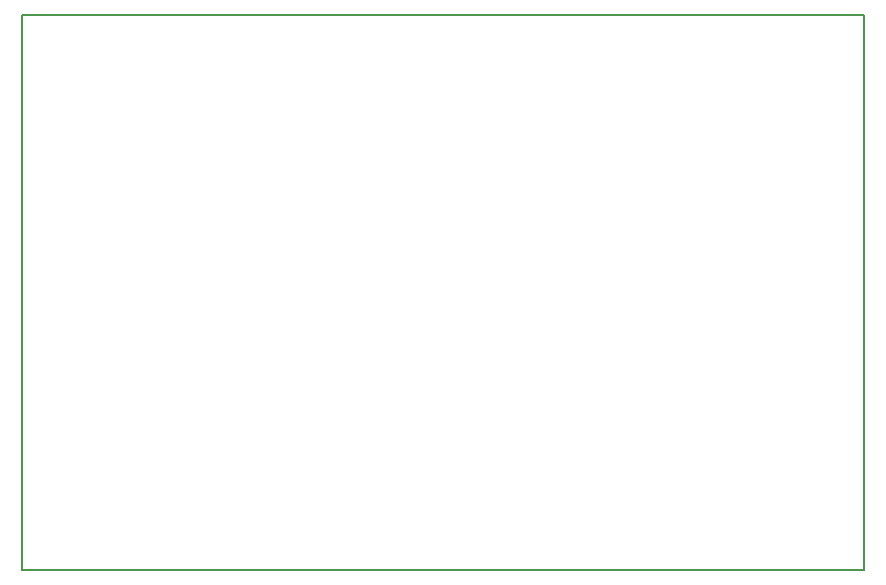
<source format=gbr>
%TF.GenerationSoftware,KiCad,Pcbnew,(6.0.10)*%
%TF.CreationDate,2023-04-19T18:30:43+02:00*%
%TF.ProjectId,jf-ecu32,6a662d65-6375-4333-922e-6b696361645f,rev?*%
%TF.SameCoordinates,Original*%
%TF.FileFunction,Profile,NP*%
%FSLAX46Y46*%
G04 Gerber Fmt 4.6, Leading zero omitted, Abs format (unit mm)*
G04 Created by KiCad (PCBNEW (6.0.10)) date 2023-04-19 18:30:43*
%MOMM*%
%LPD*%
G01*
G04 APERTURE LIST*
%TA.AperFunction,Profile*%
%ADD10C,0.200000*%
%TD*%
G04 APERTURE END LIST*
D10*
X12827000Y-150114000D02*
X84074000Y-150114000D01*
X84074000Y-150114000D02*
X84074000Y-197104000D01*
X84074000Y-197104000D02*
X12827000Y-197104000D01*
X12827000Y-197104000D02*
X12827000Y-150114000D01*
M02*

</source>
